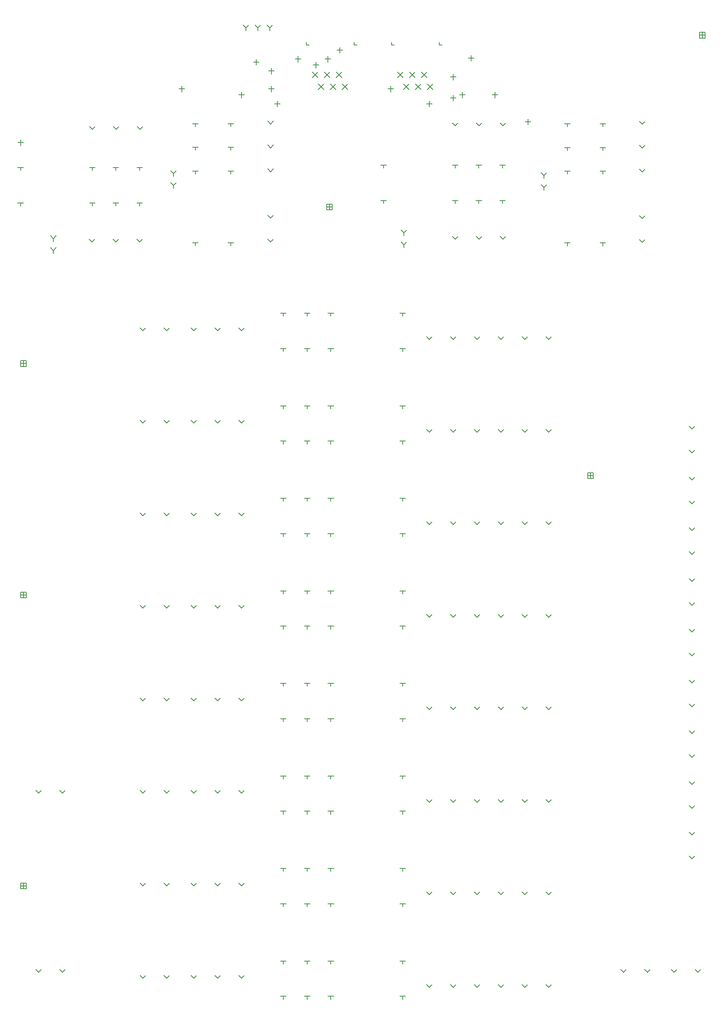
<source format=gbr>
G04 DipTrace 2.4.0.2*
%INthrough.gbr*%
%MOIN*%
G04 Drill Symbols*
G04 D=0.028 - Cross*
G04 D=0.0354 - X*
G04 D=0.04 - Y*
G04 D=0.0551 - T*
G04 D=0.0591 - V*
G04 D=0.126 - Clock*
G04 D=0.21 - Box_Cross*
%ADD10C,0.008*%
%FSLAX44Y44*%
G04*
G70*
G90*
G75*
G01*
X62205Y54925D2*
D10*
X62440Y54690D1*
X62675Y54925D1*
X62205Y52925D2*
X62440Y52690D1*
X62675Y52925D1*
X58455Y9425D2*
X58690Y9190D1*
X58925Y9425D1*
X56455D2*
X56690Y9190D1*
X56925Y9425D1*
X7455Y24425D2*
X7690Y24190D1*
X7925Y24425D1*
X9455D2*
X9690Y24190D1*
X9925Y24425D1*
X62705Y9425D2*
X62940Y9190D1*
X63175Y9425D1*
X60705D2*
X60940Y9190D1*
X61175Y9425D1*
X7455D2*
X7690Y9190D1*
X7925Y9425D1*
X9455D2*
X9690Y9190D1*
X9925Y9425D1*
X26829Y88554D2*
X27064Y88319D1*
X27299Y88554D1*
X27064Y88319D2*
Y88084D1*
X25829Y88554D2*
X26064Y88319D1*
X26299Y88554D1*
X26064Y88319D2*
Y88084D1*
X24829Y88554D2*
X25064Y88319D1*
X25299Y88554D1*
X25064Y88319D2*
Y88084D1*
X33146Y83617D2*
X33616Y83147D1*
Y83617D2*
X33146Y83147D1*
X32646Y84617D2*
X33116Y84147D1*
Y84617D2*
X32646Y84147D1*
X32146Y83617D2*
X32616Y83147D1*
Y83617D2*
X32146Y83147D1*
X31646Y84617D2*
X32116Y84147D1*
Y84617D2*
X31646Y84147D1*
X31146Y83617D2*
X31616Y83147D1*
Y83617D2*
X31146Y83147D1*
X30646Y84617D2*
X31116Y84147D1*
Y84617D2*
X30646Y84147D1*
X40272Y83617D2*
X40742Y83147D1*
Y83617D2*
X40272Y83147D1*
X39772Y84617D2*
X40242Y84147D1*
Y84617D2*
X39772Y84147D1*
X39272Y83617D2*
X39742Y83147D1*
Y83617D2*
X39272Y83147D1*
X38772Y84617D2*
X39242Y84147D1*
Y84617D2*
X38772Y84147D1*
X38272Y83617D2*
X38742Y83147D1*
Y83617D2*
X38272Y83147D1*
X37772Y84617D2*
X38242Y84147D1*
Y84617D2*
X37772Y84147D1*
X38054Y71384D2*
X38289Y71149D1*
X38524Y71384D1*
X38289Y71149D2*
Y70914D1*
X38054Y70384D2*
X38289Y70149D1*
X38524Y70384D1*
X38289Y70149D2*
Y69914D1*
X46354Y70825D2*
X46589Y70590D1*
X46824Y70825D1*
X44354D2*
X44589Y70590D1*
X44824Y70825D1*
X42354D2*
X42589Y70590D1*
X42824Y70825D1*
X36355Y76796D2*
X36825D1*
X36590D2*
Y76561D1*
X36355Y73843D2*
X36825D1*
X36590D2*
Y73608D1*
X42363Y76796D2*
X42833D1*
X42598D2*
Y76561D1*
X44347Y76796D2*
X44817D1*
X44582D2*
Y76561D1*
X46331Y76796D2*
X46801D1*
X46566D2*
Y76561D1*
X42363Y73843D2*
X42833D1*
X42598D2*
Y73608D1*
X44347Y73843D2*
X44817D1*
X44582D2*
Y73608D1*
X46331Y73843D2*
X46801D1*
X46566D2*
Y73608D1*
X46375Y80346D2*
X46610Y80111D1*
X46845Y80346D1*
X44375D2*
X44610Y80111D1*
X44845Y80346D1*
X42375D2*
X42610Y80111D1*
X42845Y80346D1*
X8692Y70890D2*
X8927Y70655D1*
X9162Y70890D1*
X8927Y70655D2*
Y70420D1*
X8692Y69890D2*
X8927Y69655D1*
X9162Y69890D1*
X8927Y69655D2*
Y69420D1*
X15918Y70602D2*
X16153Y70367D1*
X16388Y70602D1*
X13918D2*
X14153Y70367D1*
X14388Y70602D1*
X11918D2*
X12153Y70367D1*
X12388Y70602D1*
X15953Y80053D2*
X16188Y79818D1*
X16423Y80053D1*
X13953D2*
X14188Y79818D1*
X14423Y80053D1*
X11953D2*
X12188Y79818D1*
X12423Y80053D1*
X5949Y76602D2*
X6419D1*
X6184D2*
Y76367D1*
X5949Y73649D2*
X6419D1*
X6184D2*
Y73414D1*
X11956Y76602D2*
X12426D1*
X12191D2*
Y76367D1*
X13941Y76602D2*
X14411D1*
X14176D2*
Y76367D1*
X15925Y76602D2*
X16395D1*
X16160D2*
Y76367D1*
X11956Y73649D2*
X12426D1*
X12191D2*
Y73414D1*
X13941Y73649D2*
X14411D1*
X14176D2*
Y73414D1*
X15925Y73649D2*
X16395D1*
X16160D2*
Y73414D1*
X44205Y8175D2*
X44440Y7940D1*
X44675Y8175D1*
X42205D2*
X42440Y7940D1*
X42675Y8175D1*
X40205D2*
X40440Y7940D1*
X40675Y8175D1*
X46205D2*
X46440Y7940D1*
X46675Y8175D1*
X48205D2*
X48440Y7940D1*
X48675Y8175D1*
X50205D2*
X50440Y7940D1*
X50675Y8175D1*
X18205Y8925D2*
X18440Y8690D1*
X18675Y8925D1*
X16205D2*
X16440Y8690D1*
X16675Y8925D1*
X62205Y18925D2*
X62440Y18690D1*
X62675Y18925D1*
X62205Y20925D2*
X62440Y20690D1*
X62675Y20925D1*
X37955Y7190D2*
X38425D1*
X38190D2*
Y6955D1*
X37955Y10143D2*
X38425D1*
X38190D2*
Y9908D1*
X31947Y7190D2*
X32417D1*
X32182D2*
Y6955D1*
X29963Y7190D2*
X30433D1*
X30198D2*
Y6955D1*
X27979Y7190D2*
X28449D1*
X28214D2*
Y6955D1*
X31947Y10143D2*
X32417D1*
X32182D2*
Y9908D1*
X29963Y10143D2*
X30433D1*
X30198D2*
Y9908D1*
X27979Y10143D2*
X28449D1*
X28214D2*
Y9908D1*
X20455Y8925D2*
X20690Y8690D1*
X20925Y8925D1*
X22455D2*
X22690Y8690D1*
X22925Y8925D1*
X24455D2*
X24690Y8690D1*
X24925Y8925D1*
X44205Y15925D2*
X44440Y15690D1*
X44675Y15925D1*
X42205D2*
X42440Y15690D1*
X42675Y15925D1*
X40205D2*
X40440Y15690D1*
X40675Y15925D1*
X46205D2*
X46440Y15690D1*
X46675Y15925D1*
X48205D2*
X48440Y15690D1*
X48675Y15925D1*
X50205D2*
X50440Y15690D1*
X50675Y15925D1*
X18205Y16675D2*
X18440Y16440D1*
X18675Y16675D1*
X16205D2*
X16440Y16440D1*
X16675Y16675D1*
X62205Y23175D2*
X62440Y22940D1*
X62675Y23175D1*
X62205Y25175D2*
X62440Y24940D1*
X62675Y25175D1*
X37955Y14940D2*
X38425D1*
X38190D2*
Y14705D1*
X37955Y17893D2*
X38425D1*
X38190D2*
Y17658D1*
X31947Y14940D2*
X32417D1*
X32182D2*
Y14705D1*
X29963Y14940D2*
X30433D1*
X30198D2*
Y14705D1*
X27979Y14940D2*
X28449D1*
X28214D2*
Y14705D1*
X31947Y17893D2*
X32417D1*
X32182D2*
Y17658D1*
X29963Y17893D2*
X30433D1*
X30198D2*
Y17658D1*
X27979Y17893D2*
X28449D1*
X28214D2*
Y17658D1*
X20455Y16675D2*
X20690Y16440D1*
X20925Y16675D1*
X22455D2*
X22690Y16440D1*
X22925Y16675D1*
X24455D2*
X24690Y16440D1*
X24925Y16675D1*
X44205Y23675D2*
X44440Y23440D1*
X44675Y23675D1*
X42205D2*
X42440Y23440D1*
X42675Y23675D1*
X40205D2*
X40440Y23440D1*
X40675Y23675D1*
X46205D2*
X46440Y23440D1*
X46675Y23675D1*
X48205D2*
X48440Y23440D1*
X48675Y23675D1*
X50205D2*
X50440Y23440D1*
X50675Y23675D1*
X18205Y24425D2*
X18440Y24190D1*
X18675Y24425D1*
X16205D2*
X16440Y24190D1*
X16675Y24425D1*
X62205Y27425D2*
X62440Y27190D1*
X62675Y27425D1*
X62205Y29425D2*
X62440Y29190D1*
X62675Y29425D1*
X37955Y22690D2*
X38425D1*
X38190D2*
Y22455D1*
X37955Y25643D2*
X38425D1*
X38190D2*
Y25408D1*
X31947Y22690D2*
X32417D1*
X32182D2*
Y22455D1*
X29963Y22690D2*
X30433D1*
X30198D2*
Y22455D1*
X27979Y22690D2*
X28449D1*
X28214D2*
Y22455D1*
X31947Y25643D2*
X32417D1*
X32182D2*
Y25408D1*
X29963Y25643D2*
X30433D1*
X30198D2*
Y25408D1*
X27979Y25643D2*
X28449D1*
X28214D2*
Y25408D1*
X20455Y24425D2*
X20690Y24190D1*
X20925Y24425D1*
X22455D2*
X22690Y24190D1*
X22925Y24425D1*
X24455D2*
X24690Y24190D1*
X24925Y24425D1*
X44205Y31425D2*
X44440Y31190D1*
X44675Y31425D1*
X42205D2*
X42440Y31190D1*
X42675Y31425D1*
X40205D2*
X40440Y31190D1*
X40675Y31425D1*
X46205D2*
X46440Y31190D1*
X46675Y31425D1*
X48205D2*
X48440Y31190D1*
X48675Y31425D1*
X50205D2*
X50440Y31190D1*
X50675Y31425D1*
X18205Y32175D2*
X18440Y31940D1*
X18675Y32175D1*
X16205D2*
X16440Y31940D1*
X16675Y32175D1*
X62205Y31675D2*
X62440Y31440D1*
X62675Y31675D1*
X62205Y33675D2*
X62440Y33440D1*
X62675Y33675D1*
X37955Y30440D2*
X38425D1*
X38190D2*
Y30205D1*
X37955Y33393D2*
X38425D1*
X38190D2*
Y33158D1*
X31947Y30440D2*
X32417D1*
X32182D2*
Y30205D1*
X29963Y30440D2*
X30433D1*
X30198D2*
Y30205D1*
X27979Y30440D2*
X28449D1*
X28214D2*
Y30205D1*
X31947Y33393D2*
X32417D1*
X32182D2*
Y33158D1*
X29963Y33393D2*
X30433D1*
X30198D2*
Y33158D1*
X27979Y33393D2*
X28449D1*
X28214D2*
Y33158D1*
X20455Y32175D2*
X20690Y31940D1*
X20925Y32175D1*
X22455D2*
X22690Y31940D1*
X22925Y32175D1*
X24455D2*
X24690Y31940D1*
X24925Y32175D1*
X44205Y39175D2*
X44440Y38940D1*
X44675Y39175D1*
X42205D2*
X42440Y38940D1*
X42675Y39175D1*
X40205D2*
X40440Y38940D1*
X40675Y39175D1*
X46205D2*
X46440Y38940D1*
X46675Y39175D1*
X48205D2*
X48440Y38940D1*
X48675Y39175D1*
X50205D2*
X50440Y38940D1*
X50675Y39175D1*
X18205Y39925D2*
X18440Y39690D1*
X18675Y39925D1*
X16205D2*
X16440Y39690D1*
X16675Y39925D1*
X62205Y35925D2*
X62440Y35690D1*
X62675Y35925D1*
X62205Y37925D2*
X62440Y37690D1*
X62675Y37925D1*
X37955Y38190D2*
X38425D1*
X38190D2*
Y37955D1*
X37955Y41143D2*
X38425D1*
X38190D2*
Y40908D1*
X31947Y38190D2*
X32417D1*
X32182D2*
Y37955D1*
X29963Y38190D2*
X30433D1*
X30198D2*
Y37955D1*
X27979Y38190D2*
X28449D1*
X28214D2*
Y37955D1*
X31947Y41143D2*
X32417D1*
X32182D2*
Y40908D1*
X29963Y41143D2*
X30433D1*
X30198D2*
Y40908D1*
X27979Y41143D2*
X28449D1*
X28214D2*
Y40908D1*
X20455Y39925D2*
X20690Y39690D1*
X20925Y39925D1*
X22455D2*
X22690Y39690D1*
X22925Y39925D1*
X24455D2*
X24690Y39690D1*
X24925Y39925D1*
X44205Y46925D2*
X44440Y46690D1*
X44675Y46925D1*
X42205D2*
X42440Y46690D1*
X42675Y46925D1*
X40205D2*
X40440Y46690D1*
X40675Y46925D1*
X46205D2*
X46440Y46690D1*
X46675Y46925D1*
X48205D2*
X48440Y46690D1*
X48675Y46925D1*
X50205D2*
X50440Y46690D1*
X50675Y46925D1*
X18205Y47675D2*
X18440Y47440D1*
X18675Y47675D1*
X16205D2*
X16440Y47440D1*
X16675Y47675D1*
X62205Y40175D2*
X62440Y39940D1*
X62675Y40175D1*
X62205Y42175D2*
X62440Y41940D1*
X62675Y42175D1*
X37955Y45940D2*
X38425D1*
X38190D2*
Y45705D1*
X37955Y48893D2*
X38425D1*
X38190D2*
Y48658D1*
X31947Y45940D2*
X32417D1*
X32182D2*
Y45705D1*
X29963Y45940D2*
X30433D1*
X30198D2*
Y45705D1*
X27979Y45940D2*
X28449D1*
X28214D2*
Y45705D1*
X31947Y48893D2*
X32417D1*
X32182D2*
Y48658D1*
X29963Y48893D2*
X30433D1*
X30198D2*
Y48658D1*
X27979Y48893D2*
X28449D1*
X28214D2*
Y48658D1*
X20455Y47675D2*
X20690Y47440D1*
X20925Y47675D1*
X22455D2*
X22690Y47440D1*
X22925Y47675D1*
X24455D2*
X24690Y47440D1*
X24925Y47675D1*
X44205Y54675D2*
X44440Y54440D1*
X44675Y54675D1*
X42205D2*
X42440Y54440D1*
X42675Y54675D1*
X40205D2*
X40440Y54440D1*
X40675Y54675D1*
X46205D2*
X46440Y54440D1*
X46675Y54675D1*
X48205D2*
X48440Y54440D1*
X48675Y54675D1*
X50205D2*
X50440Y54440D1*
X50675Y54675D1*
X18205Y55425D2*
X18440Y55190D1*
X18675Y55425D1*
X16205D2*
X16440Y55190D1*
X16675Y55425D1*
X62205Y44425D2*
X62440Y44190D1*
X62675Y44425D1*
X62205Y46425D2*
X62440Y46190D1*
X62675Y46425D1*
X37955Y53690D2*
X38425D1*
X38190D2*
Y53455D1*
X37955Y56643D2*
X38425D1*
X38190D2*
Y56408D1*
X31947Y53690D2*
X32417D1*
X32182D2*
Y53455D1*
X29963Y53690D2*
X30433D1*
X30198D2*
Y53455D1*
X27979Y53690D2*
X28449D1*
X28214D2*
Y53455D1*
X31947Y56643D2*
X32417D1*
X32182D2*
Y56408D1*
X29963Y56643D2*
X30433D1*
X30198D2*
Y56408D1*
X27979Y56643D2*
X28449D1*
X28214D2*
Y56408D1*
X20455Y55425D2*
X20690Y55190D1*
X20925Y55425D1*
X22455D2*
X22690Y55190D1*
X22925Y55425D1*
X24455D2*
X24690Y55190D1*
X24925Y55425D1*
X44205Y62425D2*
X44440Y62190D1*
X44675Y62425D1*
X42205D2*
X42440Y62190D1*
X42675Y62425D1*
X40205D2*
X40440Y62190D1*
X40675Y62425D1*
X46205D2*
X46440Y62190D1*
X46675Y62425D1*
X48205D2*
X48440Y62190D1*
X48675Y62425D1*
X50205D2*
X50440Y62190D1*
X50675Y62425D1*
X18205Y63175D2*
X18440Y62940D1*
X18675Y63175D1*
X16205D2*
X16440Y62940D1*
X16675Y63175D1*
X62205Y48675D2*
X62440Y48440D1*
X62675Y48675D1*
X62205Y50675D2*
X62440Y50440D1*
X62675Y50675D1*
X37955Y61440D2*
X38425D1*
X38190D2*
Y61205D1*
X37955Y64393D2*
X38425D1*
X38190D2*
Y64158D1*
X31947Y61440D2*
X32417D1*
X32182D2*
Y61205D1*
X29963Y61440D2*
X30433D1*
X30198D2*
Y61205D1*
X27979Y61440D2*
X28449D1*
X28214D2*
Y61205D1*
X31947Y64393D2*
X32417D1*
X32182D2*
Y64158D1*
X29963Y64393D2*
X30433D1*
X30198D2*
Y64158D1*
X27979Y64393D2*
X28449D1*
X28214D2*
Y64158D1*
X20455Y63175D2*
X20690Y62940D1*
X20925Y63175D1*
X22455D2*
X22690Y62940D1*
X22925Y63175D1*
X24455D2*
X24690Y62940D1*
X24925Y63175D1*
X26895Y70618D2*
X27130Y70383D1*
X27365Y70618D1*
X26895Y72618D2*
X27130Y72383D1*
X27365Y72618D1*
X18755Y75347D2*
X18990Y75112D1*
X19225Y75347D1*
X18990Y75112D2*
Y74877D1*
X18755Y76347D2*
X18990Y76112D1*
X19225Y76347D1*
X18990Y76112D2*
Y75877D1*
X26892Y80491D2*
X27127Y80256D1*
X27362Y80491D1*
X26892Y78491D2*
X27127Y78256D1*
X27362Y78491D1*
X26892Y76491D2*
X27127Y76256D1*
X27362Y76491D1*
X20609Y70307D2*
X21079D1*
X20844D2*
Y70072D1*
X23562Y70307D2*
X24032D1*
X23797D2*
Y70072D1*
X20609Y76315D2*
X21079D1*
X20844D2*
Y76080D1*
X20609Y78300D2*
X21079D1*
X20844D2*
Y78065D1*
X20609Y80284D2*
X21079D1*
X20844D2*
Y80049D1*
X23562Y76315D2*
X24032D1*
X23797D2*
Y76080D1*
X23562Y78300D2*
X24032D1*
X23797D2*
Y78065D1*
X23562Y80284D2*
X24032D1*
X23797D2*
Y80049D1*
X58040Y70561D2*
X58275Y70326D1*
X58510Y70561D1*
X58040Y72561D2*
X58275Y72326D1*
X58510Y72561D1*
X49812Y75180D2*
X50047Y74945D1*
X50282Y75180D1*
X50047Y74945D2*
Y74710D1*
X49812Y76180D2*
X50047Y75945D1*
X50282Y76180D1*
X50047Y75945D2*
Y75710D1*
X58038Y80477D2*
X58273Y80242D1*
X58508Y80477D1*
X58038Y78477D2*
X58273Y78242D1*
X58508Y78477D1*
X58038Y76477D2*
X58273Y76242D1*
X58508Y76477D1*
X51766Y70290D2*
X52236D1*
X52001D2*
Y70055D1*
X54719Y70290D2*
X55189D1*
X54954D2*
Y70055D1*
X51766Y76298D2*
X52236D1*
X52001D2*
Y76063D1*
X51766Y78282D2*
X52236D1*
X52001D2*
Y78047D1*
X51766Y80266D2*
X52236D1*
X52001D2*
Y80031D1*
X54719Y76298D2*
X55189D1*
X54954D2*
Y76063D1*
X54719Y78282D2*
X55189D1*
X54954D2*
Y78047D1*
X54719Y80266D2*
X55189D1*
X54954D2*
Y80031D1*
X43942Y85993D2*
Y85523D1*
X43707Y85758D2*
X44177D1*
X42440Y84425D2*
Y83955D1*
X42205Y84190D2*
X42675D1*
X42440Y82675D2*
Y82205D1*
X42205Y82440D2*
X42675D1*
X27690Y82175D2*
Y81705D1*
X27455Y81940D2*
X27925D1*
X6190Y78925D2*
Y78455D1*
X5955Y78690D2*
X6425D1*
X29440Y85925D2*
Y85455D1*
X29205Y85690D2*
X29675D1*
X37190Y83425D2*
Y82955D1*
X36955Y83190D2*
X37425D1*
X40440Y82175D2*
Y81705D1*
X40205Y81940D2*
X40675D1*
X30940Y85425D2*
Y84955D1*
X30705Y85190D2*
X31175D1*
X31940Y85925D2*
Y85455D1*
X31705Y85690D2*
X32175D1*
X27190Y84925D2*
Y84455D1*
X26955Y84690D2*
X27425D1*
X32940Y86675D2*
Y86205D1*
X32705Y86440D2*
X33175D1*
X25940Y85675D2*
Y85205D1*
X25705Y85440D2*
X26175D1*
X45940Y82925D2*
Y82455D1*
X45705Y82690D2*
X46175D1*
X43190Y82925D2*
Y82455D1*
X42955Y82690D2*
X43425D1*
X24690Y82925D2*
Y82455D1*
X24455Y82690D2*
X24925D1*
X48690Y80675D2*
Y80205D1*
X48455Y80440D2*
X48925D1*
X19690Y83425D2*
Y82955D1*
X19455Y83190D2*
X19925D1*
X27190Y83425D2*
Y82955D1*
X26955Y83190D2*
X27425D1*
X6440Y16675D2*
Y16205D1*
X6205Y16440D2*
X6675D1*
X6205Y16675D2*
X6675D1*
Y16205D1*
X6205D1*
Y16675D1*
X6440Y41055D2*
Y40585D1*
X6205Y40820D2*
X6675D1*
X6205Y41055D2*
X6675D1*
Y40585D1*
X6205D1*
Y41055D1*
X6440Y60425D2*
Y59955D1*
X6205Y60190D2*
X6675D1*
X6205Y60425D2*
X6675D1*
Y59955D1*
X6205D1*
Y60425D1*
X32065Y73545D2*
Y73075D1*
X31830Y73310D2*
X32300D1*
X31830Y73545D2*
X32300D1*
Y73075D1*
X31830D1*
Y73545D1*
X63315Y87925D2*
Y87455D1*
X63080Y87690D2*
X63550D1*
X63080Y87925D2*
X63550D1*
Y87455D1*
X63080D1*
Y87925D1*
X53940Y51045D2*
Y50575D1*
X53705Y50810D2*
X54175D1*
X53705Y51045D2*
X54175D1*
Y50575D1*
X53705D1*
Y51045D1*
X34129Y87117D2*
Y86882D1*
X34364D1*
X30129Y87117D2*
Y86882D1*
X30364D1*
X41255Y87117D2*
Y86882D1*
X41490D1*
X37255Y87117D2*
Y86882D1*
X37490D1*
M02*

</source>
